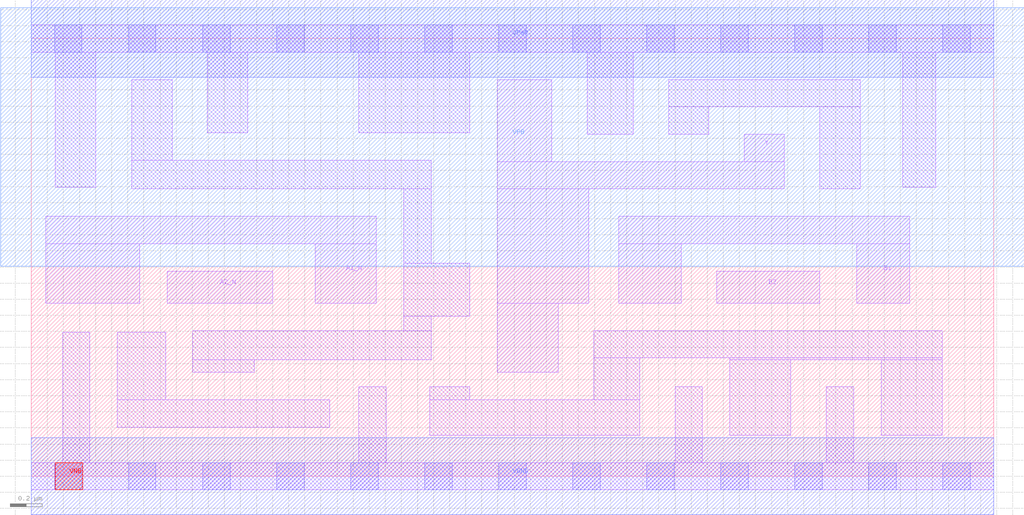
<source format=lef>
# Copyright 2020 The SkyWater PDK Authors
#
# Licensed under the Apache License, Version 2.0 (the "License");
# you may not use this file except in compliance with the License.
# You may obtain a copy of the License at
#
#     https://www.apache.org/licenses/LICENSE-2.0
#
# Unless required by applicable law or agreed to in writing, software
# distributed under the License is distributed on an "AS IS" BASIS,
# WITHOUT WARRANTIES OR CONDITIONS OF ANY KIND, either express or implied.
# See the License for the specific language governing permissions and
# limitations under the License.
#
# SPDX-License-Identifier: Apache-2.0

VERSION 5.7 ;
  NOWIREEXTENSIONATPIN ON ;
  DIVIDERCHAR "/" ;
  BUSBITCHARS "[]" ;
PROPERTYDEFINITIONS
  MACRO maskLayoutSubType STRING ;
  MACRO prCellType STRING ;
  MACRO originalViewName STRING ;
END PROPERTYDEFINITIONS
MACRO sky130_fd_sc_hdll__o2bb2ai_2
  CLASS CORE ;
  FOREIGN sky130_fd_sc_hdll__o2bb2ai_2 ;
  ORIGIN  0.000000  0.000000 ;
  SIZE  5.980000 BY  2.720000 ;
  SYMMETRY X Y R90 ;
  SITE unithd ;
  PIN A1_N
    ANTENNAGATEAREA  0.555000 ;
    DIRECTION INPUT ;
    USE SIGNAL ;
    PORT
      LAYER li1 ;
        RECT 0.090000 1.075000 0.675000 1.445000 ;
        RECT 0.090000 1.445000 2.145000 1.615000 ;
        RECT 1.765000 1.075000 2.145000 1.445000 ;
    END
  END A1_N
  PIN A2_N
    ANTENNAGATEAREA  0.555000 ;
    DIRECTION INPUT ;
    USE SIGNAL ;
    PORT
      LAYER li1 ;
        RECT 0.845000 1.075000 1.500000 1.275000 ;
    END
  END A2_N
  PIN B1
    ANTENNAGATEAREA  0.555000 ;
    DIRECTION INPUT ;
    USE SIGNAL ;
    PORT
      LAYER li1 ;
        RECT 3.650000 1.075000 4.040000 1.445000 ;
        RECT 3.650000 1.445000 5.460000 1.615000 ;
        RECT 5.130000 1.075000 5.460000 1.445000 ;
    END
  END B1
  PIN B2
    ANTENNAGATEAREA  0.555000 ;
    DIRECTION INPUT ;
    USE SIGNAL ;
    PORT
      LAYER li1 ;
        RECT 4.260000 1.075000 4.900000 1.275000 ;
    END
  END B2
  PIN VNB
    PORT
      LAYER pwell ;
        RECT 0.150000 -0.085000 0.320000 0.085000 ;
    END
  END VNB
  PIN VPB
    PORT
      LAYER nwell ;
        RECT -0.190000 1.305000 6.170000 2.910000 ;
    END
  END VPB
  PIN Y
    ANTENNADIFFAREA  0.788000 ;
    DIRECTION OUTPUT ;
    USE SIGNAL ;
    PORT
      LAYER li1 ;
        RECT 2.895000 0.645000 3.275000 1.075000 ;
        RECT 2.895000 1.075000 3.465000 1.785000 ;
        RECT 2.895000 1.785000 4.680000 1.955000 ;
        RECT 2.895000 1.955000 3.235000 2.465000 ;
        RECT 4.430000 1.955000 4.680000 2.125000 ;
    END
  END Y
  PIN VGND
    DIRECTION INOUT ;
    USE GROUND ;
    PORT
      LAYER met1 ;
        RECT 0.000000 -0.240000 5.980000 0.240000 ;
    END
  END VGND
  PIN VPWR
    DIRECTION INOUT ;
    USE POWER ;
    PORT
      LAYER met1 ;
        RECT 0.000000 2.480000 5.980000 2.960000 ;
    END
  END VPWR
  OBS
    LAYER li1 ;
      RECT 0.000000 -0.085000 5.980000 0.085000 ;
      RECT 0.000000  2.635000 5.980000 2.805000 ;
      RECT 0.150000  1.795000 0.400000 2.635000 ;
      RECT 0.195000  0.085000 0.365000 0.895000 ;
      RECT 0.535000  0.305000 1.855000 0.475000 ;
      RECT 0.535000  0.475000 0.835000 0.895000 ;
      RECT 0.625000  1.785000 2.485000 1.965000 ;
      RECT 0.625000  1.965000 0.875000 2.465000 ;
      RECT 1.005000  0.645000 1.385000 0.725000 ;
      RECT 1.005000  0.725000 2.485000 0.905000 ;
      RECT 1.095000  2.135000 1.345000 2.635000 ;
      RECT 2.035000  0.085000 2.205000 0.555000 ;
      RECT 2.035000  2.135000 2.725000 2.635000 ;
      RECT 2.315000  0.905000 2.485000 0.995000 ;
      RECT 2.315000  0.995000 2.725000 1.325000 ;
      RECT 2.315000  1.325000 2.485000 1.785000 ;
      RECT 2.475000  0.255000 3.780000 0.475000 ;
      RECT 2.475000  0.475000 2.725000 0.555000 ;
      RECT 3.455000  2.125000 3.740000 2.635000 ;
      RECT 3.495000  0.475000 3.780000 0.735000 ;
      RECT 3.495000  0.735000 5.660000 0.905000 ;
      RECT 3.960000  2.125000 4.210000 2.295000 ;
      RECT 3.960000  2.295000 5.150000 2.465000 ;
      RECT 4.000000  0.085000 4.170000 0.555000 ;
      RECT 4.340000  0.255000 4.720000 0.725000 ;
      RECT 4.340000  0.725000 5.660000 0.735000 ;
      RECT 4.900000  1.785000 5.150000 2.295000 ;
      RECT 4.940000  0.085000 5.110000 0.555000 ;
      RECT 5.280000  0.255000 5.660000 0.725000 ;
      RECT 5.415000  1.795000 5.620000 2.635000 ;
    LAYER mcon ;
      RECT 0.145000 -0.085000 0.315000 0.085000 ;
      RECT 0.145000  2.635000 0.315000 2.805000 ;
      RECT 0.605000 -0.085000 0.775000 0.085000 ;
      RECT 0.605000  2.635000 0.775000 2.805000 ;
      RECT 1.065000 -0.085000 1.235000 0.085000 ;
      RECT 1.065000  2.635000 1.235000 2.805000 ;
      RECT 1.525000 -0.085000 1.695000 0.085000 ;
      RECT 1.525000  2.635000 1.695000 2.805000 ;
      RECT 1.985000 -0.085000 2.155000 0.085000 ;
      RECT 1.985000  2.635000 2.155000 2.805000 ;
      RECT 2.445000 -0.085000 2.615000 0.085000 ;
      RECT 2.445000  2.635000 2.615000 2.805000 ;
      RECT 2.905000 -0.085000 3.075000 0.085000 ;
      RECT 2.905000  2.635000 3.075000 2.805000 ;
      RECT 3.365000 -0.085000 3.535000 0.085000 ;
      RECT 3.365000  2.635000 3.535000 2.805000 ;
      RECT 3.825000 -0.085000 3.995000 0.085000 ;
      RECT 3.825000  2.635000 3.995000 2.805000 ;
      RECT 4.285000 -0.085000 4.455000 0.085000 ;
      RECT 4.285000  2.635000 4.455000 2.805000 ;
      RECT 4.745000 -0.085000 4.915000 0.085000 ;
      RECT 4.745000  2.635000 4.915000 2.805000 ;
      RECT 5.205000 -0.085000 5.375000 0.085000 ;
      RECT 5.205000  2.635000 5.375000 2.805000 ;
      RECT 5.665000 -0.085000 5.835000 0.085000 ;
      RECT 5.665000  2.635000 5.835000 2.805000 ;
  END
  PROPERTY maskLayoutSubType "abstract" ;
  PROPERTY prCellType "standard" ;
  PROPERTY originalViewName "layout" ;
END sky130_fd_sc_hdll__o2bb2ai_2
END LIBRARY

</source>
